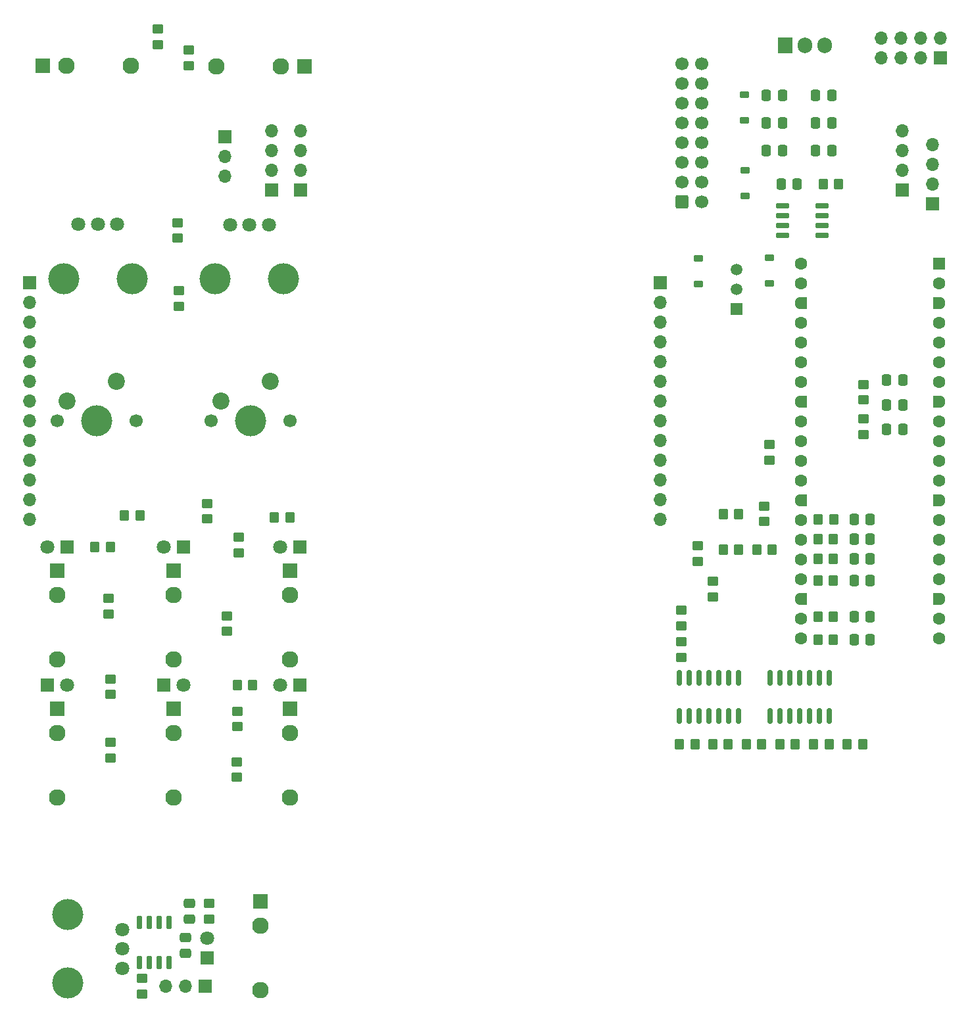
<source format=gbr>
%TF.GenerationSoftware,KiCad,Pcbnew,7.0.9*%
%TF.CreationDate,2024-01-05T19:18:53+01:00*%
%TF.ProjectId,euroPI-kicad_surfacemount_discretes_and_ics,6575726f-5049-42d6-9b69-6361645f7375,rev?*%
%TF.SameCoordinates,Original*%
%TF.FileFunction,Soldermask,Top*%
%TF.FilePolarity,Negative*%
%FSLAX46Y46*%
G04 Gerber Fmt 4.6, Leading zero omitted, Abs format (unit mm)*
G04 Created by KiCad (PCBNEW 7.0.9) date 2024-01-05 19:18:53*
%MOMM*%
%LPD*%
G01*
G04 APERTURE LIST*
G04 Aperture macros list*
%AMRoundRect*
0 Rectangle with rounded corners*
0 $1 Rounding radius*
0 $2 $3 $4 $5 $6 $7 $8 $9 X,Y pos of 4 corners*
0 Add a 4 corners polygon primitive as box body*
4,1,4,$2,$3,$4,$5,$6,$7,$8,$9,$2,$3,0*
0 Add four circle primitives for the rounded corners*
1,1,$1+$1,$2,$3*
1,1,$1+$1,$4,$5*
1,1,$1+$1,$6,$7*
1,1,$1+$1,$8,$9*
0 Add four rect primitives between the rounded corners*
20,1,$1+$1,$2,$3,$4,$5,0*
20,1,$1+$1,$4,$5,$6,$7,0*
20,1,$1+$1,$6,$7,$8,$9,0*
20,1,$1+$1,$8,$9,$2,$3,0*%
%AMFreePoly0*
4,1,28,0.178017,0.779942,0.347107,0.720775,0.498792,0.625465,0.625465,0.498792,0.720775,0.347107,0.779942,0.178017,0.800000,0.000000,0.779942,-0.178017,0.720775,-0.347107,0.625465,-0.498792,0.498792,-0.625465,0.347107,-0.720775,0.178017,-0.779942,0.000000,-0.800000,-0.600000,-0.800000,-0.605014,-0.794986,-0.644504,-0.794986,-0.724698,-0.756366,-0.780194,-0.686777,-0.800000,-0.600000,
-0.800000,0.600000,-0.780194,0.686777,-0.724698,0.756366,-0.644504,0.794986,-0.605014,0.794986,-0.600000,0.800000,0.000000,0.800000,0.178017,0.779942,0.178017,0.779942,$1*%
%AMFreePoly1*
4,1,28,0.605014,0.794986,0.644504,0.794986,0.724698,0.756366,0.780194,0.686777,0.800000,0.600000,0.800000,-0.600000,0.780194,-0.686777,0.724698,-0.756366,0.644504,-0.794986,0.605014,-0.794986,0.600000,-0.800000,0.000000,-0.800000,-0.178017,-0.779942,-0.347107,-0.720775,-0.498792,-0.625465,-0.625465,-0.498792,-0.720775,-0.347107,-0.779942,-0.178017,-0.800000,0.000000,-0.779942,0.178017,
-0.720775,0.347107,-0.625465,0.498792,-0.498792,0.625465,-0.347107,0.720775,-0.178017,0.779942,0.000000,0.800000,0.600000,0.800000,0.605014,0.794986,0.605014,0.794986,$1*%
G04 Aperture macros list end*
%ADD10C,1.500000*%
%ADD11R,1.500000X1.500000*%
%ADD12RoundRect,0.150000X0.150000X-0.825000X0.150000X0.825000X-0.150000X0.825000X-0.150000X-0.825000X0*%
%ADD13RoundRect,0.250000X-0.350000X-0.450000X0.350000X-0.450000X0.350000X0.450000X-0.350000X0.450000X0*%
%ADD14RoundRect,0.250000X-0.450000X0.350000X-0.450000X-0.350000X0.450000X-0.350000X0.450000X0.350000X0*%
%ADD15RoundRect,0.250000X0.350000X0.450000X-0.350000X0.450000X-0.350000X-0.450000X0.350000X-0.450000X0*%
%ADD16R,1.700000X1.700000*%
%ADD17O,1.700000X1.700000*%
%ADD18RoundRect,0.250000X0.450000X-0.350000X0.450000X0.350000X-0.450000X0.350000X-0.450000X-0.350000X0*%
%ADD19RoundRect,0.250000X-0.337500X-0.475000X0.337500X-0.475000X0.337500X0.475000X-0.337500X0.475000X0*%
%ADD20R,1.830000X1.930000*%
%ADD21C,2.130000*%
%ADD22R,1.930000X1.830000*%
%ADD23R,1.800000X1.800000*%
%ADD24C,1.800000*%
%ADD25RoundRect,0.150000X-0.150000X0.725000X-0.150000X-0.725000X0.150000X-0.725000X0.150000X0.725000X0*%
%ADD26RoundRect,0.225000X-0.375000X0.225000X-0.375000X-0.225000X0.375000X-0.225000X0.375000X0.225000X0*%
%ADD27C,4.000000*%
%ADD28RoundRect,0.150000X0.725000X0.150000X-0.725000X0.150000X-0.725000X-0.150000X0.725000X-0.150000X0*%
%ADD29C,1.700000*%
%ADD30C,2.200000*%
%ADD31RoundRect,0.225000X0.375000X-0.225000X0.375000X0.225000X-0.375000X0.225000X-0.375000X-0.225000X0*%
%ADD32RoundRect,0.250000X-0.475000X0.337500X-0.475000X-0.337500X0.475000X-0.337500X0.475000X0.337500X0*%
%ADD33RoundRect,0.250000X0.475000X-0.337500X0.475000X0.337500X-0.475000X0.337500X-0.475000X-0.337500X0*%
%ADD34C,1.600000*%
%ADD35FreePoly0,180.000000*%
%ADD36FreePoly1,180.000000*%
%ADD37RoundRect,0.200000X0.600000X0.600000X-0.600000X0.600000X-0.600000X-0.600000X0.600000X-0.600000X0*%
%ADD38RoundRect,0.250000X-0.600000X-0.600000X0.600000X-0.600000X0.600000X0.600000X-0.600000X0.600000X0*%
%ADD39O,1.905000X2.000000*%
%ADD40R,1.905000X2.000000*%
G04 APERTURE END LIST*
D10*
%TO.C,Q1*%
X174096000Y-58420000D03*
X174096000Y-60960000D03*
D11*
X174096000Y-63500000D03*
%TD*%
D12*
%TO.C,O3*%
X166675000Y-110936000D03*
X167945000Y-110936000D03*
X169215000Y-110936000D03*
X170485000Y-110936000D03*
X171755000Y-110936000D03*
X173025000Y-110936000D03*
X174295000Y-110936000D03*
X174295000Y-115886000D03*
X173025000Y-115886000D03*
X171755000Y-115886000D03*
X170485000Y-115886000D03*
X169215000Y-115886000D03*
X167945000Y-115886000D03*
X166675000Y-115886000D03*
%TD*%
D13*
%TO.C,R21*%
X185979000Y-119507000D03*
X183979000Y-119507000D03*
%TD*%
D14*
%TO.C,R16*%
X93472000Y-111121000D03*
X93472000Y-113121000D03*
%TD*%
%TO.C,R24*%
X190373000Y-75168000D03*
X190373000Y-73168000D03*
%TD*%
D15*
%TO.C,R6*%
X184547000Y-95608600D03*
X186547000Y-95608600D03*
%TD*%
D16*
%TO.C,J14*%
X108204000Y-41284000D03*
D17*
X108204000Y-43824000D03*
X108204000Y-46364000D03*
%TD*%
D18*
%TO.C,R17*%
X108458000Y-104993000D03*
X108458000Y-102993000D03*
%TD*%
D14*
%TO.C,R20*%
X102235000Y-61112000D03*
X102235000Y-63112000D03*
%TD*%
D19*
%TO.C,C1*%
X195474500Y-75819000D03*
X193399500Y-75819000D03*
%TD*%
D20*
%TO.C,J8*%
X84720648Y-32140000D03*
D21*
X96120648Y-32140000D03*
X87820648Y-32140000D03*
%TD*%
D14*
%TO.C,R41*%
X106172000Y-140012000D03*
X106172000Y-142012000D03*
%TD*%
D15*
%TO.C,R30*%
X179629000Y-119507000D03*
X181629000Y-119507000D03*
%TD*%
D22*
%TO.C,J4*%
X86614000Y-114974000D03*
D21*
X86614000Y-126374000D03*
X86614000Y-118074000D03*
%TD*%
D23*
%TO.C,LED6*%
X117872648Y-111896000D03*
D24*
X115332648Y-111896000D03*
%TD*%
D14*
%TO.C,R26*%
X178308000Y-82931000D03*
X178308000Y-80931000D03*
%TD*%
D13*
%TO.C,R22*%
X190281000Y-119507000D03*
X188281000Y-119507000D03*
%TD*%
D25*
%TO.C,U3*%
X100965000Y-142501000D03*
X99695000Y-142501000D03*
X98425000Y-142501000D03*
X97155000Y-142501000D03*
X97155000Y-147651000D03*
X98425000Y-147651000D03*
X99695000Y-147651000D03*
X100965000Y-147651000D03*
%TD*%
D13*
%TO.C,R13*%
X91456000Y-94116000D03*
X93456000Y-94116000D03*
%TD*%
D18*
%TO.C,R31*%
X177657000Y-88849517D03*
X177657000Y-90849517D03*
%TD*%
D26*
%TO.C,D2*%
X178257200Y-60171600D03*
X178257200Y-56871600D03*
%TD*%
D19*
%TO.C,C16*%
X179980500Y-43053000D03*
X177905500Y-43053000D03*
%TD*%
D15*
%TO.C,R11*%
X111773000Y-111896000D03*
X109773000Y-111896000D03*
%TD*%
D19*
%TO.C,C3*%
X186330500Y-35941000D03*
X184255500Y-35941000D03*
%TD*%
D14*
%TO.C,Rx1*%
X97536000Y-149680000D03*
X97536000Y-151680000D03*
%TD*%
D13*
%TO.C,R23*%
X187198000Y-47371000D03*
X185198000Y-47371000D03*
%TD*%
D27*
%TO.C,VR3*%
X87996000Y-150278000D03*
X87996000Y-141478000D03*
D24*
X94996000Y-143378000D03*
X94996000Y-145878000D03*
X94996000Y-148378000D03*
%TD*%
D22*
%TO.C,J2*%
X101605824Y-97194000D03*
D21*
X101605824Y-108594000D03*
X101605824Y-100294000D03*
%TD*%
D28*
%TO.C,O1*%
X179959000Y-53975000D03*
X179959000Y-52705000D03*
X179959000Y-51435000D03*
X179959000Y-50165000D03*
X185109000Y-50165000D03*
X185109000Y-51435000D03*
X185109000Y-52705000D03*
X185109000Y-53975000D03*
%TD*%
D14*
%TO.C,R18*%
X109804200Y-115271800D03*
X109804200Y-117271800D03*
%TD*%
D13*
%TO.C,R29*%
X172993000Y-119507000D03*
X170993000Y-119507000D03*
%TD*%
D19*
%TO.C,C11*%
X191268000Y-106022600D03*
X189193000Y-106022600D03*
%TD*%
D29*
%TO.C,SW2*%
X86614000Y-77860000D03*
D27*
X91694000Y-77860000D03*
D29*
X96774000Y-77860000D03*
D30*
X94234000Y-72780000D03*
X87884000Y-75320000D03*
%TD*%
D19*
%TO.C,C14*%
X191268000Y-95608600D03*
X189193000Y-95608600D03*
%TD*%
D31*
%TO.C,D3*%
X175158400Y-45644800D03*
X175158400Y-48944800D03*
%TD*%
D15*
%TO.C,R37*%
X176657000Y-94421517D03*
X178657000Y-94421517D03*
%TD*%
D26*
%TO.C,D1*%
X169138600Y-60247800D03*
X169138600Y-56947800D03*
%TD*%
D15*
%TO.C,R1*%
X184563000Y-90528600D03*
X186563000Y-90528600D03*
%TD*%
D14*
%TO.C,R19*%
X102108000Y-52340000D03*
X102108000Y-54340000D03*
%TD*%
D20*
%TO.C,J7*%
X118461000Y-32190800D03*
D21*
X107061000Y-32190800D03*
X115361000Y-32190800D03*
%TD*%
D31*
%TO.C,D4*%
X175082200Y-35865800D03*
X175082200Y-39165800D03*
%TD*%
D19*
%TO.C,C2*%
X181885500Y-47371000D03*
X179810500Y-47371000D03*
%TD*%
D32*
%TO.C,C18*%
X103124000Y-144377500D03*
X103124000Y-146452500D03*
%TD*%
D22*
%TO.C,J1*%
X86614000Y-97194000D03*
D21*
X86614000Y-108594000D03*
X86614000Y-100294000D03*
%TD*%
D19*
%TO.C,C5*%
X186330500Y-39495600D03*
X184255500Y-39495600D03*
%TD*%
D15*
%TO.C,R5*%
X184547000Y-98402600D03*
X186547000Y-98402600D03*
%TD*%
D22*
%TO.C,J20*%
X112776707Y-139771293D03*
D21*
X112776707Y-151171293D03*
X112776707Y-142871293D03*
%TD*%
D17*
%TO.C,J11*%
X164211000Y-90551000D03*
X164211000Y-88011000D03*
X164211000Y-85471000D03*
X164211000Y-82931000D03*
X164211000Y-80391000D03*
X164211000Y-77851000D03*
X164211000Y-75311000D03*
X164211000Y-72771000D03*
X164211000Y-70231000D03*
X164211000Y-67691000D03*
X164211000Y-65151000D03*
X164211000Y-62611000D03*
D16*
X164211000Y-60071000D03*
%TD*%
D23*
%TO.C,LED5*%
X100330824Y-111896000D03*
D24*
X102870824Y-111896000D03*
%TD*%
D19*
%TO.C,C12*%
X191268000Y-103101600D03*
X189193000Y-103101600D03*
%TD*%
D22*
%TO.C,J3*%
X116597648Y-97194000D03*
D21*
X116597648Y-108594000D03*
X116597648Y-100294000D03*
%TD*%
D18*
%TO.C,R32*%
X166929000Y-102251000D03*
X166929000Y-104251000D03*
%TD*%
D23*
%TO.C,LED7*%
X105918000Y-147066000D03*
D24*
X105918000Y-144526000D03*
%TD*%
D14*
%TO.C,R8*%
X105918000Y-88515000D03*
X105918000Y-90515000D03*
%TD*%
%TO.C,R28*%
X103516648Y-30142000D03*
X103516648Y-32142000D03*
%TD*%
%TO.C,R10*%
X93472000Y-119278000D03*
X93472000Y-121278000D03*
%TD*%
D12*
%TO.C,O5*%
X178359000Y-110936000D03*
X179629000Y-110936000D03*
X180899000Y-110936000D03*
X182169000Y-110936000D03*
X183439000Y-110936000D03*
X184709000Y-110936000D03*
X185979000Y-110936000D03*
X185979000Y-115886000D03*
X184709000Y-115886000D03*
X183439000Y-115886000D03*
X182169000Y-115886000D03*
X180899000Y-115886000D03*
X179629000Y-115886000D03*
X178359000Y-115886000D03*
%TD*%
D15*
%TO.C,R2*%
X184547000Y-93068600D03*
X186547000Y-93068600D03*
%TD*%
D19*
%TO.C,C4*%
X179980500Y-39497000D03*
X177905500Y-39497000D03*
%TD*%
D17*
%TO.C,J18*%
X195389500Y-40513000D03*
X195389500Y-43053000D03*
X195389500Y-45593000D03*
D16*
X195389500Y-48133000D03*
%TD*%
D29*
%TO.C,SW1*%
X106451400Y-77885400D03*
D27*
X111531400Y-77885400D03*
D29*
X116611400Y-77885400D03*
D30*
X114071400Y-72805400D03*
X107721400Y-75345400D03*
%TD*%
D14*
%TO.C,R27*%
X99579648Y-27428000D03*
X99579648Y-29428000D03*
%TD*%
D22*
%TO.C,J5*%
X101605824Y-114974000D03*
D21*
X101605824Y-126374000D03*
X101605824Y-118074000D03*
%TD*%
D15*
%TO.C,R36*%
X175311000Y-119507000D03*
X177311000Y-119507000D03*
%TD*%
D18*
%TO.C,R25*%
X190373000Y-77613000D03*
X190373000Y-79613000D03*
%TD*%
D19*
%TO.C,C10*%
X191268000Y-93068600D03*
X189193000Y-93068600D03*
%TD*%
D14*
%TO.C,R9*%
X109982000Y-92862000D03*
X109982000Y-94862000D03*
%TD*%
D19*
%TO.C,C13*%
X191268000Y-98402600D03*
X189193000Y-98402600D03*
%TD*%
D14*
%TO.C,R7*%
X93218000Y-100736000D03*
X93218000Y-102736000D03*
%TD*%
D19*
%TO.C,C7*%
X195474500Y-78994000D03*
X193399500Y-78994000D03*
%TD*%
D15*
%TO.C,R34*%
X172355000Y-89849517D03*
X174355000Y-89849517D03*
%TD*%
D27*
%TO.C,VR1*%
X115759400Y-59597400D03*
X106959400Y-59597400D03*
D24*
X108859400Y-52597400D03*
X111359400Y-52597400D03*
X113859400Y-52597400D03*
%TD*%
D19*
%TO.C,C15*%
X186330500Y-43053000D03*
X184255500Y-43053000D03*
%TD*%
D23*
%TO.C,LED2*%
X102880824Y-94116000D03*
D24*
X100340824Y-94116000D03*
%TD*%
D27*
%TO.C,VR2*%
X96232648Y-59587000D03*
X87432648Y-59587000D03*
D24*
X89332648Y-52587000D03*
X91832648Y-52587000D03*
X94332648Y-52587000D03*
%TD*%
D15*
%TO.C,R3*%
X184547000Y-106022600D03*
X186547000Y-106022600D03*
%TD*%
%TO.C,R4*%
X184547000Y-103101600D03*
X186547000Y-103101600D03*
%TD*%
D14*
%TO.C,R39*%
X170993000Y-100545600D03*
X170993000Y-98545600D03*
%TD*%
D23*
%TO.C,LED4*%
X85339000Y-111896000D03*
D24*
X87879000Y-111896000D03*
%TD*%
D16*
%TO.C,J12*%
X117957600Y-48142000D03*
D17*
X117957600Y-45602000D03*
X117957600Y-43062000D03*
X117957600Y-40522000D03*
%TD*%
D19*
%TO.C,C9*%
X191268000Y-90528600D03*
X189193000Y-90528600D03*
%TD*%
D33*
%TO.C,C17*%
X103632000Y-142079500D03*
X103632000Y-140004500D03*
%TD*%
D13*
%TO.C,R40*%
X174355000Y-94421517D03*
X172355000Y-94421517D03*
%TD*%
D22*
%TO.C,J6*%
X116597648Y-114974000D03*
D21*
X116597648Y-126374000D03*
X116597648Y-118074000D03*
%TD*%
D23*
%TO.C,LED3*%
X117872648Y-94116000D03*
D24*
X115332648Y-94116000D03*
%TD*%
D14*
%TO.C,R12*%
X109739648Y-121789000D03*
X109739648Y-123789000D03*
%TD*%
D18*
%TO.C,R38*%
X166929000Y-106315000D03*
X166929000Y-108315000D03*
%TD*%
D13*
%TO.C,R35*%
X168691000Y-119507000D03*
X166691000Y-119507000D03*
%TD*%
%TO.C,R14*%
X95266000Y-90052000D03*
X97266000Y-90052000D03*
%TD*%
D19*
%TO.C,C8*%
X195474500Y-72644000D03*
X193399500Y-72644000D03*
%TD*%
D23*
%TO.C,LED1*%
X87889000Y-94116000D03*
D24*
X85349000Y-94116000D03*
%TD*%
D15*
%TO.C,R15*%
X116581648Y-90306000D03*
X114581648Y-90306000D03*
%TD*%
D19*
%TO.C,C6*%
X179980500Y-35941000D03*
X177905500Y-35941000D03*
%TD*%
D18*
%TO.C,R33*%
X169037000Y-93973600D03*
X169037000Y-95973600D03*
%TD*%
D17*
%TO.C,J16*%
X192659000Y-28600400D03*
X195199000Y-28600400D03*
X197739000Y-28600400D03*
X200279000Y-28600400D03*
X192659000Y-31140400D03*
X195199000Y-31140400D03*
X197739000Y-31140400D03*
D16*
X200279000Y-31140400D03*
%TD*%
D17*
%TO.C,J15*%
X199263000Y-42291000D03*
X199263000Y-44831000D03*
X199263000Y-47371000D03*
D16*
X199263000Y-49911000D03*
%TD*%
D34*
%TO.C,U2*%
X182339000Y-57658000D03*
X182339000Y-60198000D03*
D35*
X182339000Y-62738000D03*
D34*
X182339000Y-65278000D03*
X182339000Y-67818000D03*
X182339000Y-70358000D03*
X182339000Y-72898000D03*
D35*
X182339000Y-75438000D03*
D34*
X182339000Y-77978000D03*
X182339000Y-80518000D03*
X182339000Y-83058000D03*
X182339000Y-85598000D03*
D35*
X182339000Y-88138000D03*
D34*
X182339000Y-90678000D03*
X182339000Y-93218000D03*
X182339000Y-95758000D03*
X182339000Y-98298000D03*
D35*
X182339000Y-100838000D03*
D34*
X182339000Y-103378000D03*
X182339000Y-105918000D03*
X200119000Y-105918000D03*
X200119000Y-103378000D03*
D36*
X200119000Y-100838000D03*
D34*
X200119000Y-98298000D03*
X200119000Y-95758000D03*
X200119000Y-93218000D03*
X200119000Y-90678000D03*
D36*
X200119000Y-88138000D03*
D34*
X200119000Y-85598000D03*
X200119000Y-83058000D03*
X200119000Y-80518000D03*
X200119000Y-77978000D03*
D36*
X200119000Y-75438000D03*
D34*
X200119000Y-72898000D03*
X200119000Y-70358000D03*
X200119000Y-67818000D03*
X200119000Y-65278000D03*
D36*
X200119000Y-62738000D03*
D34*
X200119000Y-60198000D03*
D37*
X200119000Y-57658000D03*
%TD*%
D16*
%TO.C,J21*%
X105664000Y-150664000D03*
D17*
X103124000Y-150664000D03*
X100584000Y-150664000D03*
%TD*%
D16*
%TO.C,J19*%
X114211500Y-48142000D03*
D17*
X114211500Y-45602000D03*
X114211500Y-43062000D03*
X114211500Y-40522000D03*
%TD*%
D16*
%TO.C,J17*%
X83058000Y-60080000D03*
D17*
X83058000Y-62620000D03*
X83058000Y-65160000D03*
X83058000Y-67700000D03*
X83058000Y-70240000D03*
X83058000Y-72780000D03*
X83058000Y-75320000D03*
X83058000Y-77860000D03*
X83058000Y-80400000D03*
X83058000Y-82940000D03*
X83058000Y-85480000D03*
X83058000Y-88020000D03*
X83058000Y-90560000D03*
%TD*%
D29*
%TO.C,J10*%
X169545000Y-31877000D03*
X167005000Y-31877000D03*
X169545000Y-34417000D03*
X167005000Y-34417000D03*
X169545000Y-36957000D03*
X167005000Y-36957000D03*
X169545000Y-39497000D03*
X167005000Y-39497000D03*
X169545000Y-42037000D03*
X167005000Y-42037000D03*
X169545000Y-44577000D03*
X167005000Y-44577000D03*
X169545000Y-47117000D03*
X167005000Y-47117000D03*
X169545000Y-49657000D03*
D38*
X167005000Y-49657000D03*
%TD*%
D39*
%TO.C,U1*%
X185420000Y-29535000D03*
X182880000Y-29535000D03*
D40*
X180340000Y-29535000D03*
%TD*%
M02*

</source>
